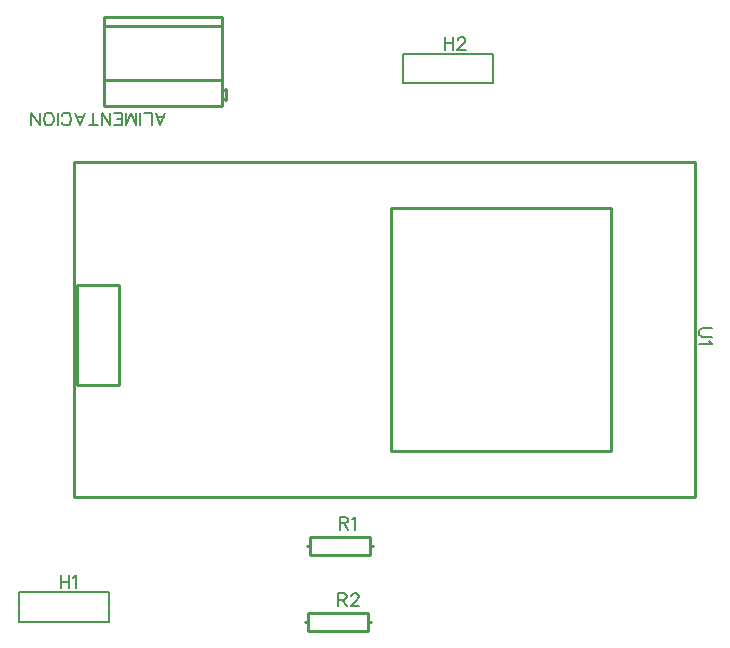
<source format=gto>
G04 Layer: TopSilkscreenLayer*
G04 EasyEDA v6.5.51, 2025-10-20 22:37:19*
G04 0329cdd6e84a4ea496a32ef4976c9469,12abd119770744df9ef097ef44d34389,10*
G04 Gerber Generator version 0.2*
G04 Scale: 100 percent, Rotated: No, Reflected: No *
G04 Dimensions in millimeters *
G04 leading zeros omitted , absolute positions ,4 integer and 5 decimal *
%FSLAX45Y45*%
%MOMM*%

%ADD10C,0.1524*%
%ADD11C,0.2540*%
%ADD12C,0.2032*%
%ADD13C,0.0148*%

%LPD*%
D10*
X-2672079Y4585207D02*
G01*
X-2630423Y4694173D01*
X-2672079Y4585207D02*
G01*
X-2713481Y4694173D01*
X-2645918Y4657852D02*
G01*
X-2697987Y4657852D01*
X-2747771Y4585207D02*
G01*
X-2747771Y4694173D01*
X-2747771Y4694173D02*
G01*
X-2810255Y4694173D01*
X-2844545Y4585207D02*
G01*
X-2844545Y4694173D01*
X-2878836Y4585207D02*
G01*
X-2878836Y4694173D01*
X-2878836Y4585207D02*
G01*
X-2920237Y4694173D01*
X-2961894Y4585207D02*
G01*
X-2920237Y4694173D01*
X-2961894Y4585207D02*
G01*
X-2961894Y4694173D01*
X-2996184Y4585207D02*
G01*
X-2996184Y4694173D01*
X-2996184Y4585207D02*
G01*
X-3063747Y4585207D01*
X-2996184Y4637023D02*
G01*
X-3037839Y4637023D01*
X-2996184Y4694173D02*
G01*
X-3063747Y4694173D01*
X-3098037Y4585207D02*
G01*
X-3098037Y4694173D01*
X-3098037Y4585207D02*
G01*
X-3170681Y4694173D01*
X-3170681Y4585207D02*
G01*
X-3170681Y4694173D01*
X-3241294Y4585207D02*
G01*
X-3241294Y4694173D01*
X-3204971Y4585207D02*
G01*
X-3277870Y4585207D01*
X-3353562Y4585207D02*
G01*
X-3312160Y4694173D01*
X-3353562Y4585207D02*
G01*
X-3395218Y4694173D01*
X-3327654Y4657852D02*
G01*
X-3379723Y4657852D01*
X-3507486Y4611115D02*
G01*
X-3502152Y4600702D01*
X-3491737Y4590287D01*
X-3481323Y4585207D01*
X-3460750Y4585207D01*
X-3450336Y4590287D01*
X-3439921Y4600702D01*
X-3434587Y4611115D01*
X-3429507Y4626863D01*
X-3429507Y4652771D01*
X-3434587Y4668265D01*
X-3439921Y4678679D01*
X-3450336Y4689094D01*
X-3460750Y4694173D01*
X-3481323Y4694173D01*
X-3491737Y4689094D01*
X-3502152Y4678679D01*
X-3507486Y4668265D01*
X-3541776Y4585207D02*
G01*
X-3541776Y4694173D01*
X-3607054Y4585207D02*
G01*
X-3596894Y4590287D01*
X-3586479Y4600702D01*
X-3581145Y4611115D01*
X-3576065Y4626863D01*
X-3576065Y4652771D01*
X-3581145Y4668265D01*
X-3586479Y4678679D01*
X-3596894Y4689094D01*
X-3607054Y4694173D01*
X-3627881Y4694173D01*
X-3638295Y4689094D01*
X-3648710Y4678679D01*
X-3654044Y4668265D01*
X-3659123Y4652771D01*
X-3659123Y4626863D01*
X-3654044Y4611115D01*
X-3648710Y4600702D01*
X-3638295Y4590287D01*
X-3627881Y4585207D01*
X-3607054Y4585207D01*
X-3693413Y4585207D02*
G01*
X-3693413Y4694173D01*
X-3693413Y4585207D02*
G01*
X-3766057Y4694173D01*
X-3766057Y4585207D02*
G01*
X-3766057Y4694173D01*
X-3517900Y775715D02*
G01*
X-3517900Y666750D01*
X-3445255Y775715D02*
G01*
X-3445255Y666750D01*
X-3517900Y723900D02*
G01*
X-3445255Y723900D01*
X-3410965Y754887D02*
G01*
X-3400552Y760221D01*
X-3384804Y775715D01*
X-3384804Y666750D01*
X-266700Y5335015D02*
G01*
X-266700Y5226050D01*
X-194055Y5335015D02*
G01*
X-194055Y5226050D01*
X-266700Y5283200D02*
G01*
X-194055Y5283200D01*
X-154431Y5309107D02*
G01*
X-154431Y5314187D01*
X-149352Y5324602D01*
X-144018Y5329936D01*
X-133604Y5335015D01*
X-113029Y5335015D01*
X-102615Y5329936D01*
X-97281Y5324602D01*
X-92202Y5314187D01*
X-92202Y5303773D01*
X-97281Y5293360D01*
X-107695Y5277865D01*
X-159765Y5226050D01*
X-86868Y5226050D01*
X-1155700Y1271015D02*
G01*
X-1155700Y1162050D01*
X-1155700Y1271015D02*
G01*
X-1108963Y1271015D01*
X-1093470Y1265936D01*
X-1088136Y1260602D01*
X-1083055Y1250187D01*
X-1083055Y1239773D01*
X-1088136Y1229360D01*
X-1093470Y1224279D01*
X-1108963Y1219200D01*
X-1155700Y1219200D01*
X-1119378Y1219200D02*
G01*
X-1083055Y1162050D01*
X-1048765Y1250187D02*
G01*
X-1038352Y1255521D01*
X-1022604Y1271015D01*
X-1022604Y1162050D01*
X-1168400Y623315D02*
G01*
X-1168400Y514350D01*
X-1168400Y623315D02*
G01*
X-1121663Y623315D01*
X-1106170Y618236D01*
X-1100836Y612902D01*
X-1095755Y602487D01*
X-1095755Y592073D01*
X-1100836Y581660D01*
X-1106170Y576579D01*
X-1121663Y571500D01*
X-1168400Y571500D01*
X-1132078Y571500D02*
G01*
X-1095755Y514350D01*
X-1056131Y597407D02*
G01*
X-1056131Y602487D01*
X-1051052Y612902D01*
X-1045718Y618236D01*
X-1035304Y623315D01*
X-1014729Y623315D01*
X-1004315Y618236D01*
X-998981Y612902D01*
X-993902Y602487D01*
X-993902Y592073D01*
X-998981Y581660D01*
X-1009395Y566165D01*
X-1061465Y514350D01*
X-988568Y514350D01*
X1994915Y2870200D02*
G01*
X1916937Y2870200D01*
X1901444Y2865120D01*
X1891029Y2854705D01*
X1885950Y2838957D01*
X1885950Y2828544D01*
X1891029Y2813050D01*
X1901444Y2802636D01*
X1916937Y2797555D01*
X1994915Y2797555D01*
X1974088Y2763265D02*
G01*
X1979422Y2752852D01*
X1994915Y2737104D01*
X1885950Y2737104D01*
D11*
X-2154301Y5428792D02*
G01*
X-3154298Y5428792D01*
X-2153767Y4814366D02*
G01*
X-2114295Y4797000D01*
X-2114295Y4897000D01*
X-2153767Y4877307D01*
X-2154301Y4747000D02*
G01*
X-3154298Y4747000D01*
X-2154301Y4747000D02*
G01*
X-2154301Y5506999D01*
X-3154298Y4747000D02*
G01*
X-3154298Y5506999D01*
X-2154301Y5506999D02*
G01*
X-3154298Y5506999D01*
X-2154301Y4966919D02*
G01*
X-3154298Y4966919D01*
D12*
X-3365500Y635000D02*
G01*
X-3111500Y635000D01*
X-3111500Y383539D01*
X-3873500Y383539D01*
X-3873500Y635000D01*
X-3365500Y635000D01*
X-114300Y5194300D02*
G01*
X139700Y5194300D01*
X139700Y4942839D01*
X-622300Y4942839D01*
X-622300Y5194300D01*
X-114300Y5194300D01*
D11*
X-1409700Y1028700D02*
G01*
X-1435100Y1028700D01*
X-901700Y1028700D02*
G01*
X-876300Y1028700D01*
X-1409700Y1028700D02*
G01*
X-1409700Y1104900D01*
X-1409700Y952500D02*
G01*
X-1409700Y1028700D01*
X-901700Y952500D02*
G01*
X-1409700Y952500D01*
X-901700Y1028700D02*
G01*
X-901700Y952500D01*
X-901700Y1104900D02*
G01*
X-901700Y1028700D01*
X-1409700Y1104900D02*
G01*
X-901700Y1104900D01*
X-1422400Y381000D02*
G01*
X-1447800Y381000D01*
X-914400Y381000D02*
G01*
X-889000Y381000D01*
X-1422400Y381000D02*
G01*
X-1422400Y457200D01*
X-1422400Y304800D02*
G01*
X-1422400Y381000D01*
X-914400Y304800D02*
G01*
X-1422400Y304800D01*
X-914400Y381000D02*
G01*
X-914400Y304800D01*
X-914400Y457200D02*
G01*
X-914400Y381000D01*
X-1422400Y457200D02*
G01*
X-914400Y457200D01*
X1854200Y4273550D02*
G01*
X1854200Y1441450D01*
X-3403600Y1441450D01*
X-3403600Y4273550D01*
X1854200Y4273550D01*
X1143000Y3886200D02*
G01*
X1143000Y1828800D01*
X-723900Y1828800D01*
X-723900Y3886200D01*
X1143000Y3886200D01*
X-3022600Y3238500D02*
G01*
X-3022600Y2387600D01*
X-3378200Y2387600D01*
X-3378200Y3238500D01*
X-3022600Y3238500D01*
M02*

</source>
